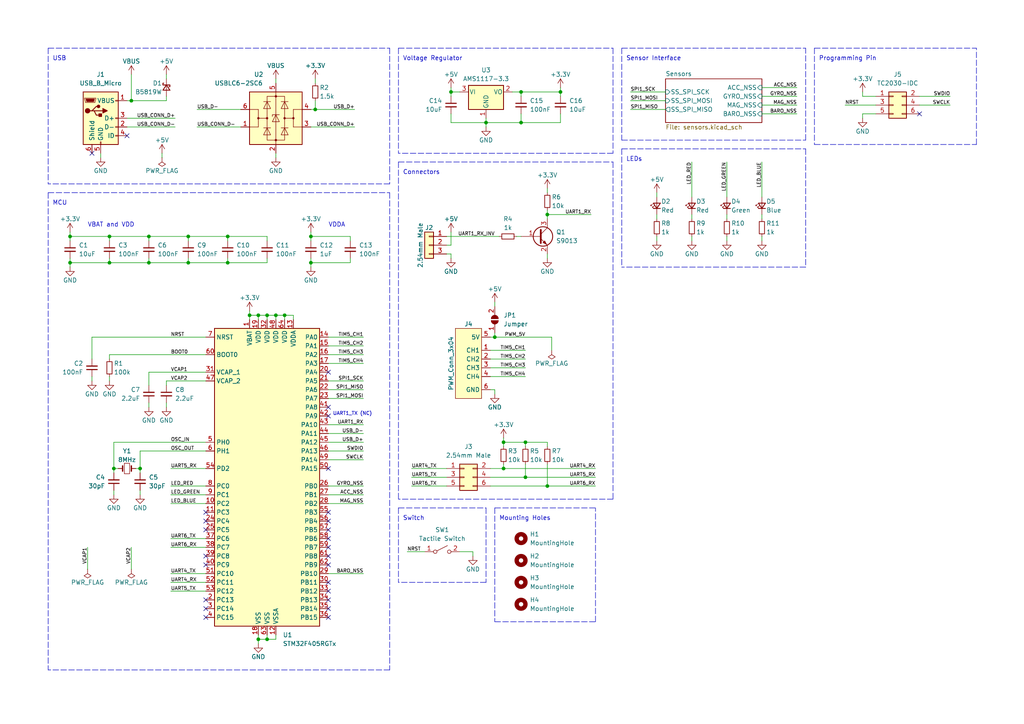
<source format=kicad_sch>
(kicad_sch (version 20211123) (generator eeschema)
  (paper "A4")
  (title_block (title "STM32 Flight Computer") (date "2022-11-01") (rev "A") (company "casterian.net"))
  (lib_symbols
    (symbol "Connector:USB_B_Micro" (pin_names (offset 1.016))
      (property "Reference" "J" (at -5.08 11.43 0))
      (property "Value" "USB_B_Micro" (at -5.08 8.89 0))
      (symbol "USB_B_Micro_1_1"
        (pin power_out line (at 7.62 5.08 180) (length 2.54) (name "VBUS") (number "1"))
        (pin bidirectional line (at 7.62 -2.54 180) (length 2.54) (name "D-") (number "2"))
        (pin bidirectional line (at 7.62 0 180) (length 2.54) (name "D+") (number "3"))
        (pin passive line (at 7.62 -5.08 180) (length 2.54) (name "ID") (number "4"))
        (pin power_out line (at 0 -10.16 90) (length 2.54) (name "GND") (number "5"))
        (pin passive line (at -2.54 -10.16 90) (length 2.54) (name "Shield") (number "6"))
      )
    )
    (symbol "Connector_Generic:Conn_01x03" (pin_names (offset 1.016) hide)
      (property "Reference" "J" (at 0 5.08 0))
      (property "Value" "Conn_01x03" (at 0 -5.08 0))
      (symbol "Conn_01x03_1_1"
        (pin passive line (at -5.08 2.54 0) (length 3.81) (name "Pin_1") (number "1"))
        (pin passive line (at -5.08 0 0) (length 3.81) (name "Pin_2") (number "2"))
        (pin passive line (at -5.08 -2.54 0) (length 3.81) (name "Pin_3") (number "3"))
      )
    )
    (symbol "Connector_Generic:Conn_02x03_Odd_Even" (pin_names (offset 1.016) hide)
      (property "Reference" "J" (at 1.27 5.08 0))
      (property "Value" "Conn_02x03_Odd_Even" (at 1.27 -5.08 0))
      (symbol "Conn_02x03_Odd_Even_1_1"
        (pin passive line (at -5.08 2.54 0) (length 3.81) (name "Pin_1") (number "1"))
        (pin passive line (at 7.62 2.54 180) (length 3.81) (name "Pin_2") (number "2"))
        (pin passive line (at -5.08 0 0) (length 3.81) (name "Pin_3") (number "3"))
        (pin passive line (at 7.62 0 180) (length 3.81) (name "Pin_4") (number "4"))
        (pin passive line (at -5.08 -2.54 0) (length 3.81) (name "Pin_5") (number "5"))
        (pin passive line (at 7.62 -2.54 180) (length 3.81) (name "Pin_6") (number "6"))
      )
    )
    (symbol "Device:C_Small" (pin_numbers hide) (pin_names (offset 0.254) hide)
      (property "Reference" "C" (at 0.254 1.778 0))
      (property "Value" "C_Small" (at 0.254 -2.032 0))
      (symbol "C_Small_1_1"
        (pin passive line (at 0 2.54 270) (length 2.032) (name "~") (number "1"))
        (pin passive line (at 0 -2.54 90) (length 2.032) (name "~") (number "2"))
      )
    )
    (symbol "Device:Crystal_Small" (pin_numbers hide) (pin_names (offset 1.016) hide)
      (property "Reference" "Y" (at 0 2.54 0))
      (property "Value" "Crystal_Small" (at 0 -2.54 0))
      (symbol "Crystal_Small_1_1"
        (pin passive line (at -2.54 0 0) (length 1.27) (name "1") (number "1"))
        (pin passive line (at 2.54 0 180) (length 1.27) (name "2") (number "2"))
      )
    )
    (symbol "Device:D_Schottky_Small" (pin_numbers hide) (pin_names (offset 0.254) hide)
      (property "Reference" "D" (at -1.27 2.032 0))
      (property "Value" "D_Schottky_Small" (at -7.112 -2.032 0))
      (symbol "D_Schottky_Small_1_1"
        (pin passive line (at -2.54 0 0) (length 1.778) (name "K") (number "1"))
        (pin passive line (at 2.54 0 180) (length 1.778) (name "A") (number "2"))
      )
    )
    (symbol "Device:LED_Small" (pin_numbers hide) (pin_names (offset 0.254) hide)
      (property "Reference" "D" (at -1.27 3.175 0))
      (property "Value" "LED_Small" (at -4.445 -2.54 0))
      (symbol "LED_Small_1_1"
        (pin passive line (at -2.54 0 0) (length 1.778) (name "K") (number "1"))
        (pin passive line (at 2.54 0 180) (length 1.778) (name "A") (number "2"))
      )
    )
    (symbol "Device:Q_NPN_BEC" (pin_names (offset 0) hide)
      (property "Reference" "Q" (at 5.08 1.27 0))
      (property "Value" "Q_NPN_BEC" (at 5.08 -1.27 0))
      (symbol "Q_NPN_BEC_1_1"
        (pin input line (at -5.08 0 0) (length 5.715) (name "B") (number "1"))
        (pin passive line (at 2.54 -5.08 90) (length 2.54) (name "E") (number "2"))
        (pin passive line (at 2.54 5.08 270) (length 2.54) (name "C") (number "3"))
      )
    )
    (symbol "Device:R_Small" (pin_numbers hide) (pin_names (offset 0.254) hide)
      (property "Reference" "R" (at 0.762 0.508 0))
      (property "Value" "R_Small" (at 0.762 -1.016 0))
      (symbol "R_Small_1_1"
        (pin passive line (at 0 2.54 270) (length 0.762) (name "~") (number "1"))
        (pin passive line (at 0 -2.54 90) (length 0.762) (name "~") (number "2"))
      )
    )
    (symbol "Jumper:SolderJumper_2_Open" (pin_names (offset 0) hide)
      (property "Reference" "JP" (at 0 2.032 0))
      (property "Value" "SolderJumper_2_Open" (at 0 -2.54 0))
      (symbol "SolderJumper_2_Open_1_1"
        (pin passive line (at -3.81 0 0) (length 2.54) (name "A") (number "1"))
        (pin passive line (at 3.81 0 180) (length 2.54) (name "B") (number "2"))
      )
    )
    (symbol "MCU_ST_STM32F4:STM32F405RGTx"
      (property "Reference" "U" (at -15.24 44.45 0))
      (property "Value" "STM32F405RGTx" (at 10.16 44.45 0))
      (symbol "STM32F405RGTx_1_1"
        (pin power_in line (at -5.08 45.72 270) (length 2.54) (name "VBAT") (number "1"))
        (pin bidirectional line (at -17.78 -7.62 0) (length 2.54) (name "PC2") (number "10"))
        (pin bidirectional line (at -17.78 -10.16 0) (length 2.54) (name "PC3") (number "11"))
        (pin power_in line (at 2.54 -45.72 90) (length 2.54) (name "VSSA") (number "12"))
        (pin power_in line (at 7.62 45.72 270) (length 2.54) (name "VDDA") (number "13"))
        (pin bidirectional line (at 17.78 40.64 180) (length 2.54) (name "PA0") (number "14"))
        (pin bidirectional line (at 17.78 38.1 180) (length 2.54) (name "PA1") (number "15"))
        (pin bidirectional line (at 17.78 35.56 180) (length 2.54) (name "PA2") (number "16"))
        (pin bidirectional line (at 17.78 33.02 180) (length 2.54) (name "PA3") (number "17"))
        (pin power_in line (at -2.54 -45.72 90) (length 2.54) (name "VSS") (number "18"))
        (pin power_in line (at -2.54 45.72 270) (length 2.54) (name "VDD") (number "19"))
        (pin bidirectional line (at -17.78 -35.56 0) (length 2.54) (name "PC13") (number "2"))
        (pin bidirectional line (at 17.78 30.48 180) (length 2.54) (name "PA4") (number "20"))
        (pin bidirectional line (at 17.78 27.94 180) (length 2.54) (name "PA5") (number "21"))
        (pin bidirectional line (at 17.78 25.4 180) (length 2.54) (name "PA6") (number "22"))
        (pin bidirectional line (at 17.78 22.86 180) (length 2.54) (name "PA7") (number "23"))
        (pin bidirectional line (at -17.78 -12.7 0) (length 2.54) (name "PC4") (number "24"))
        (pin bidirectional line (at -17.78 -15.24 0) (length 2.54) (name "PC5") (number "25"))
        (pin bidirectional line (at 17.78 -2.54 180) (length 2.54) (name "PB0") (number "26"))
        (pin bidirectional line (at 17.78 -5.08 180) (length 2.54) (name "PB1") (number "27"))
        (pin bidirectional line (at 17.78 -7.62 180) (length 2.54) (name "PB2") (number "28"))
        (pin bidirectional line (at 17.78 -27.94 180) (length 2.54) (name "PB10") (number "29"))
        (pin bidirectional line (at -17.78 -38.1 0) (length 2.54) (name "PC14") (number "3"))
        (pin bidirectional line (at 17.78 -30.48 180) (length 2.54) (name "PB11") (number "30"))
        (pin power_in line (at -17.78 30.48 0) (length 2.54) (name "VCAP_1") (number "31"))
        (pin power_in line (at 0 45.72 270) (length 2.54) (name "VDD") (number "32"))
        (pin bidirectional line (at 17.78 -33.02 180) (length 2.54) (name "PB12") (number "33"))
        (pin bidirectional line (at 17.78 -35.56 180) (length 2.54) (name "PB13") (number "34"))
        (pin bidirectional line (at 17.78 -38.1 180) (length 2.54) (name "PB14") (number "35"))
        (pin bidirectional line (at 17.78 -40.64 180) (length 2.54) (name "PB15") (number "36"))
        (pin bidirectional line (at -17.78 -17.78 0) (length 2.54) (name "PC6") (number "37"))
        (pin bidirectional line (at -17.78 -20.32 0) (length 2.54) (name "PC7") (number "38"))
        (pin bidirectional line (at -17.78 -22.86 0) (length 2.54) (name "PC8") (number "39"))
        (pin bidirectional line (at -17.78 -40.64 0) (length 2.54) (name "PC15") (number "4"))
        (pin bidirectional line (at -17.78 -25.4 0) (length 2.54) (name "PC9") (number "40"))
        (pin bidirectional line (at 17.78 20.32 180) (length 2.54) (name "PA8") (number "41"))
        (pin bidirectional line (at 17.78 17.78 180) (length 2.54) (name "PA9") (number "42"))
        (pin bidirectional line (at 17.78 15.24 180) (length 2.54) (name "PA10") (number "43"))
        (pin bidirectional line (at 17.78 12.7 180) (length 2.54) (name "PA11") (number "44"))
        (pin bidirectional line (at 17.78 10.16 180) (length 2.54) (name "PA12") (number "45"))
        (pin bidirectional line (at 17.78 7.62 180) (length 2.54) (name "PA13") (number "46"))
        (pin power_in line (at -17.78 27.94 0) (length 2.54) (name "VCAP_2") (number "47"))
        (pin power_in line (at 2.54 45.72 270) (length 2.54) (name "VDD") (number "48"))
        (pin bidirectional line (at 17.78 5.08 180) (length 2.54) (name "PA14") (number "49"))
        (pin input line (at -17.78 10.16 0) (length 2.54) (name "PH0") (number "5"))
        (pin bidirectional line (at 17.78 2.54 180) (length 2.54) (name "PA15") (number "50"))
        (pin bidirectional line (at -17.78 -27.94 0) (length 2.54) (name "PC10") (number "51"))
        (pin bidirectional line (at -17.78 -30.48 0) (length 2.54) (name "PC11") (number "52"))
        (pin bidirectional line (at -17.78 -33.02 0) (length 2.54) (name "PC12") (number "53"))
        (pin bidirectional line (at -17.78 2.54 0) (length 2.54) (name "PD2") (number "54"))
        (pin bidirectional line (at 17.78 -10.16 180) (length 2.54) (name "PB3") (number "55"))
        (pin bidirectional line (at 17.78 -12.7 180) (length 2.54) (name "PB4") (number "56"))
        (pin bidirectional line (at 17.78 -15.24 180) (length 2.54) (name "PB5") (number "57"))
        (pin bidirectional line (at 17.78 -17.78 180) (length 2.54) (name "PB6") (number "58"))
        (pin bidirectional line (at 17.78 -20.32 180) (length 2.54) (name "PB7") (number "59"))
        (pin input line (at -17.78 7.62 0) (length 2.54) (name "PH1") (number "6"))
        (pin input line (at -17.78 35.56 0) (length 2.54) (name "BOOT0") (number "60"))
        (pin bidirectional line (at 17.78 -22.86 180) (length 2.54) (name "PB8") (number "61"))
        (pin bidirectional line (at 17.78 -25.4 180) (length 2.54) (name "PB9") (number "62"))
        (pin power_in line (at 0 -45.72 90) (length 2.54) (name "VSS") (number "63"))
        (pin power_in line (at 5.08 45.72 270) (length 2.54) (name "VDD") (number "64"))
        (pin input line (at -17.78 40.64 0) (length 2.54) (name "NRST") (number "7"))
        (pin bidirectional line (at -17.78 -2.54 0) (length 2.54) (name "PC0") (number "8"))
        (pin bidirectional line (at -17.78 -5.08 0) (length 2.54) (name "PC1") (number "9"))
      )
    )
    (symbol "Mechanical:MountingHole" (pin_names (offset 1.016))
      (property "Reference" "H" (at 0 5.08 0))
      (property "Value" "MountingHole" (at 0 3.175 0))
    )
    (symbol "PWM_Connector:PWM_Conn_3x04"
      (property "Reference" "J" (at 0 15.24 0))
      (property "Value" "PWM_Conn_3x04" (at 0 12.7 0))
      (symbol "PWM_Conn_3x04_1_1"
        (pin input line (at 6.35 3.81 180) (length 2.54) (name "CH1") (number "1"))
        (pin input line (at 6.35 1.27 180) (length 2.54) (name "CH2") (number "2"))
        (pin input line (at 6.35 -1.27 180) (length 2.54) (name "CH3") (number "3"))
        (pin input line (at 6.35 -3.81 180) (length 2.54) (name "CH4") (number "4"))
        (pin power_in line (at 6.35 7.62 180) (length 2.54) (name "5V") (number "5"))
        (pin power_in line (at 6.35 -7.62 180) (length 2.54) (name "GND") (number "6"))
      )
    )
    (symbol "Power_Protection:USBLC6-2SC6" (pin_names hide)
      (property "Reference" "U" (at 2.54 8.89 0))
      (property "Value" "USBLC6-2SC6" (at 2.54 -8.89 0))
      (symbol "USBLC6-2SC6_1_1"
        (pin passive line (at -10.16 -2.54 0) (length 2.54) (name "I/O1") (number "1"))
        (pin passive line (at 0 -10.16 90) (length 2.54) (name "GND") (number "2"))
        (pin passive line (at 10.16 -2.54 180) (length 2.54) (name "I/O2") (number "3"))
        (pin passive line (at 10.16 2.54 180) (length 2.54) (name "I/O2") (number "4"))
        (pin passive line (at 0 10.16 270) (length 2.54) (name "VBUS") (number "5"))
        (pin passive line (at -10.16 2.54 0) (length 2.54) (name "I/O1") (number "6"))
      )
    )
    (symbol "Regulator_Linear:AMS1117-3.3" (pin_names (offset 0.254))
      (property "Reference" "U" (at -3.81 3.175 0))
      (property "Value" "AMS1117-3.3" (at 0 3.175 0))
      (symbol "AMS1117-3.3_1_1"
        (pin power_in line (at 0 -7.62 90) (length 2.54) (name "GND") (number "1"))
        (pin power_out line (at 7.62 0 180) (length 2.54) (name "VO") (number "2"))
        (pin power_in line (at -7.62 0 0) (length 2.54) (name "VI") (number "3"))
      )
    )
    (symbol "Switch:SW_SPST" (pin_names (offset 0) hide)
      (property "Reference" "SW" (at 0 3.175 0))
      (property "Value" "SW_SPST" (at 0 -2.54 0))
      (symbol "SW_SPST_1_1"
        (pin passive line (at -5.08 0 0) (length 2.54) (name "A") (number "1"))
        (pin passive line (at 5.08 0 180) (length 2.54) (name "B") (number "2"))
      )
    )
    (symbol "power:+3.3V" (power) (pin_names (offset 0))
      (property "Value" "+3.3V" (at 0 3.556 0))
      (symbol "+3.3V_1_1"
        (pin power_in line (at 0 0 90) (length 0) hide (name "+3.3V") (number "1"))
      )
    )
    (symbol "power:+5V" (power) (pin_names (offset 0))
      (property "Value" "+5V" (at 0 3.556 0))
      (symbol "+5V_1_1"
        (pin power_in line (at 0 0 90) (length 0) hide (name "+5V") (number "1"))
      )
    )
    (symbol "power:GND" (power) (pin_names (offset 0))
      (property "Value" "GND" (at 0 -3.81 0))
      (symbol "GND_1_1"
        (pin power_in line (at 0 0 270) (length 0) hide (name "GND") (number "1"))
      )
    )
    (symbol "power:PWR_FLAG" (power) (pin_numbers hide) (pin_names (offset 0) hide)
      (property "Value" "PWR_FLAG" (at 0 3.81 0))
      (symbol "PWR_FLAG_0_0"
        (pin power_out line (at 0 0 90) (length 0) (name "pwr") (number "1"))
      )
    )
    (symbol "power:VBUS" (power) (pin_names (offset 0))
      (property "Value" "VBUS" (at 0 3.81 0))
      (symbol "VBUS_1_1"
        (pin power_in line (at 0 0 90) (length 0) hide (name "VBUS") (number "1"))
      )
    )
  )
  (junction (at 74.93 91.44))
  (junction (at 40.64 135.89))
  (junction (at 38.1 29.21))
  (junction (at 158.75 62.23))
  (junction (at 130.81 26.67))
  (junction (at 66.04 68.58))
  (junction (at 151.13 26.67))
  (junction (at 158.75 140.97))
  (junction (at 162.56 26.67))
  (junction (at 54.61 76.2))
  (junction (at 20.32 68.58))
  (junction (at 146.05 128.27))
  (junction (at 43.18 68.58))
  (junction (at 152.4 128.27))
  (junction (at 74.93 185.42))
  (junction (at 54.61 68.58))
  (junction (at 80.01 91.44))
  (junction (at 143.51 97.79))
  (junction (at 72.39 91.44))
  (junction (at 77.47 91.44))
  (junction (at 90.17 68.58))
  (junction (at 77.47 185.42))
  (junction (at 146.05 135.89))
  (junction (at 31.75 76.2))
  (junction (at 152.4 138.43))
  (junction (at 20.32 76.2))
  (junction (at 82.55 91.44))
  (junction (at 66.04 76.2))
  (junction (at 31.75 68.58))
  (junction (at 151.13 35.56))
  (junction (at 33.02 135.89))
  (junction (at 90.17 76.2))
  (junction (at 140.97 35.56))
  (junction (at 43.18 76.2))
  (junction (at 91.44 31.75))
  (no_connect (at 36.83 39.37))
  (no_connect (at 95.25 168.91))
  (no_connect (at 95.25 171.45))
  (no_connect (at 95.25 173.99))
  (no_connect (at 95.25 176.53))
  (no_connect (at 95.25 179.07))
  (no_connect (at 95.25 118.11))
  (no_connect (at 266.7 33.02))
  (no_connect (at 59.69 173.99))
  (no_connect (at 59.69 176.53))
  (no_connect (at 59.69 179.07))
  (no_connect (at 95.25 107.95))
  (no_connect (at 59.69 161.29))
  (no_connect (at 59.69 163.83))
  (no_connect (at 59.69 153.67))
  (no_connect (at 59.69 148.59))
  (no_connect (at 59.69 151.13))
  (no_connect (at 26.67 44.45))
  (no_connect (at 95.25 135.89))
  (no_connect (at 95.25 148.59))
  (no_connect (at 95.25 151.13))
  (no_connect (at 95.25 153.67))
  (no_connect (at 95.25 120.65))
  (no_connect (at 95.25 161.29))
  (no_connect (at 95.25 163.83))
  (no_connect (at 95.25 156.21))
  (no_connect (at 95.25 158.75))
  (wire (pts (xy 38.1 158.75) (xy 38.1 165.1)))
  (wire (pts (xy 245.11 30.48) (xy 254 30.48)))
  (wire (pts (xy 90.17 76.2) (xy 90.17 77.47)))
  (wire (pts (xy 95.25 125.73) (xy 105.41 125.73)))
  (polyline (pts (xy 143.51 180.34) (xy 172.72 180.34)))
  (wire (pts (xy 74.93 91.44) (xy 74.93 92.71)))
  (wire (pts (xy 80.01 22.86) (xy 80.01 24.13)))
  (wire (pts (xy 193.04 26.67) (xy 182.88 26.67)))
  (wire (pts (xy 77.47 184.15) (xy 77.47 185.42)))
  (wire (pts (xy 31.75 74.93) (xy 31.75 76.2)))
  (wire (pts (xy 162.56 33.02) (xy 162.56 35.56)))
  (wire (pts (xy 74.93 185.42) (xy 77.47 185.42)))
  (polyline (pts (xy 180.34 43.18) (xy 233.68 43.18)))
  (wire (pts (xy 146.05 135.89) (xy 172.72 135.89)))
  (wire (pts (xy 59.69 102.87) (xy 31.75 102.87)))
  (wire (pts (xy 250.19 26.67) (xy 250.19 27.94)))
  (wire (pts (xy 48.26 21.59) (xy 48.26 22.86)))
  (wire (pts (xy 95.25 133.35) (xy 105.41 133.35)))
  (wire (pts (xy 95.25 146.05) (xy 105.41 146.05)))
  (wire (pts (xy 130.81 26.67) (xy 130.81 27.94)))
  (wire (pts (xy 95.25 166.37) (xy 105.41 166.37)))
  (wire (pts (xy 129.54 73.66) (xy 130.81 73.66)))
  (polyline (pts (xy 115.57 13.97) (xy 115.57 44.45)))
  (polyline (pts (xy 233.68 40.64) (xy 233.68 13.97)))
  (wire (pts (xy 142.24 140.97) (xy 158.75 140.97)))
  (wire (pts (xy 129.54 68.58) (xy 144.78 68.58)))
  (wire (pts (xy 59.69 143.51) (xy 49.53 143.51)))
  (wire (pts (xy 142.24 106.68) (xy 152.4 106.68)))
  (polyline (pts (xy 115.57 46.99) (xy 115.57 144.78)))
  (wire (pts (xy 142.24 104.14) (xy 152.4 104.14)))
  (wire (pts (xy 43.18 111.76) (xy 43.18 107.95)))
  (wire (pts (xy 142.24 135.89) (xy 146.05 135.89)))
  (wire (pts (xy 254 33.02) (xy 250.19 33.02)))
  (polyline (pts (xy 115.57 46.99) (xy 177.8 46.99)))
  (wire (pts (xy 143.51 97.79) (xy 160.02 97.79)))
  (wire (pts (xy 33.02 128.27) (xy 59.69 128.27)))
  (polyline (pts (xy 177.8 44.45) (xy 115.57 44.45)))
  (wire (pts (xy 146.05 127) (xy 146.05 128.27)))
  (wire (pts (xy 36.83 34.29) (xy 50.8 34.29)))
  (wire (pts (xy 43.18 68.58) (xy 54.61 68.58)))
  (wire (pts (xy 152.4 128.27) (xy 152.4 129.54)))
  (wire (pts (xy 33.02 142.24) (xy 33.02 143.51)))
  (wire (pts (xy 20.32 69.85) (xy 20.32 68.58)))
  (wire (pts (xy 36.83 36.83) (xy 50.8 36.83)))
  (wire (pts (xy 77.47 74.93) (xy 77.47 76.2)))
  (wire (pts (xy 43.18 116.84) (xy 43.18 118.11)))
  (polyline (pts (xy 143.51 147.32) (xy 143.51 180.34)))
  (wire (pts (xy 220.98 62.23) (xy 220.98 63.5)))
  (wire (pts (xy 20.32 67.31) (xy 20.32 68.58)))
  (wire (pts (xy 43.18 76.2) (xy 31.75 76.2)))
  (wire (pts (xy 90.17 68.58) (xy 101.6 68.58)))
  (wire (pts (xy 48.26 29.21) (xy 48.26 27.94)))
  (wire (pts (xy 38.1 29.21) (xy 48.26 29.21)))
  (wire (pts (xy 57.15 31.75) (xy 69.85 31.75)))
  (wire (pts (xy 54.61 68.58) (xy 54.61 69.85)))
  (wire (pts (xy 95.25 97.79) (xy 105.41 97.79)))
  (wire (pts (xy 158.75 54.61) (xy 158.75 55.88)))
  (wire (pts (xy 220.98 25.4) (xy 231.14 25.4)))
  (wire (pts (xy 190.5 55.88) (xy 190.5 57.15)))
  (wire (pts (xy 143.51 113.03) (xy 143.51 114.3)))
  (polyline (pts (xy 177.8 144.78) (xy 115.57 144.78)))
  (wire (pts (xy 80.01 185.42) (xy 80.01 184.15)))
  (wire (pts (xy 151.13 33.02) (xy 151.13 35.56)))
  (wire (pts (xy 102.87 31.75) (xy 91.44 31.75)))
  (wire (pts (xy 95.25 113.03) (xy 105.41 113.03)))
  (wire (pts (xy 43.18 107.95) (xy 59.69 107.95)))
  (polyline (pts (xy 283.21 41.91) (xy 283.21 13.97)))
  (wire (pts (xy 33.02 128.27) (xy 33.02 135.89)))
  (wire (pts (xy 158.75 73.66) (xy 158.75 74.93)))
  (wire (pts (xy 59.69 156.21) (xy 49.53 156.21)))
  (wire (pts (xy 40.64 142.24) (xy 40.64 143.51)))
  (wire (pts (xy 146.05 128.27) (xy 152.4 128.27)))
  (polyline (pts (xy 236.22 41.91) (xy 283.21 41.91)))
  (wire (pts (xy 59.69 110.49) (xy 48.26 110.49)))
  (polyline (pts (xy 143.51 147.32) (xy 172.72 147.32)))
  (wire (pts (xy 190.5 68.58) (xy 190.5 69.85)))
  (wire (pts (xy 33.02 135.89) (xy 33.02 137.16)))
  (wire (pts (xy 57.15 36.83) (xy 69.85 36.83)))
  (wire (pts (xy 95.25 105.41) (xy 105.41 105.41)))
  (polyline (pts (xy 233.68 43.18) (xy 233.68 77.47)))
  (polyline (pts (xy 113.03 13.97) (xy 113.03 53.34)))
  (wire (pts (xy 95.25 140.97) (xy 105.41 140.97)))
  (wire (pts (xy 72.39 92.71) (xy 72.39 91.44)))
  (wire (pts (xy 33.02 135.89) (xy 34.29 135.89)))
  (wire (pts (xy 220.98 33.02) (xy 231.14 33.02)))
  (wire (pts (xy 193.04 31.75) (xy 182.88 31.75)))
  (wire (pts (xy 130.81 33.02) (xy 130.81 35.56)))
  (polyline (pts (xy 180.34 13.97) (xy 233.68 13.97)))
  (polyline (pts (xy 236.22 13.97) (xy 283.21 13.97)))
  (wire (pts (xy 160.02 97.79) (xy 160.02 101.6)))
  (wire (pts (xy 142.24 138.43) (xy 152.4 138.43)))
  (wire (pts (xy 26.67 109.22) (xy 26.67 110.49)))
  (polyline (pts (xy 115.57 13.97) (xy 177.8 13.97)))
  (wire (pts (xy 46.99 44.45) (xy 46.99 45.72)))
  (polyline (pts (xy 180.34 40.64) (xy 233.68 40.64)))
  (wire (pts (xy 162.56 25.4) (xy 162.56 26.67)))
  (wire (pts (xy 59.69 168.91) (xy 49.53 168.91)))
  (wire (pts (xy 43.18 74.93) (xy 43.18 76.2)))
  (wire (pts (xy 40.64 135.89) (xy 40.64 137.16)))
  (wire (pts (xy 130.81 26.67) (xy 133.35 26.67)))
  (wire (pts (xy 129.54 138.43) (xy 119.38 138.43)))
  (wire (pts (xy 250.19 33.02) (xy 250.19 34.29)))
  (wire (pts (xy 158.75 62.23) (xy 171.45 62.23)))
  (wire (pts (xy 72.39 91.44) (xy 74.93 91.44)))
  (wire (pts (xy 90.17 74.93) (xy 90.17 76.2)))
  (wire (pts (xy 77.47 91.44) (xy 80.01 91.44)))
  (wire (pts (xy 129.54 135.89) (xy 119.38 135.89)))
  (wire (pts (xy 137.16 160.02) (xy 137.16 161.29)))
  (wire (pts (xy 275.59 30.48) (xy 266.7 30.48)))
  (polyline (pts (xy 13.97 55.88) (xy 113.03 55.88)))
  (wire (pts (xy 80.01 44.45) (xy 80.01 45.72)))
  (wire (pts (xy 133.35 160.02) (xy 137.16 160.02)))
  (wire (pts (xy 220.98 30.48) (xy 231.14 30.48)))
  (wire (pts (xy 102.87 36.83) (xy 90.17 36.83)))
  (wire (pts (xy 142.24 109.22) (xy 152.4 109.22)))
  (wire (pts (xy 54.61 68.58) (xy 66.04 68.58)))
  (wire (pts (xy 158.75 128.27) (xy 158.75 129.54)))
  (wire (pts (xy 149.86 68.58) (xy 151.13 68.58)))
  (wire (pts (xy 90.17 67.31) (xy 90.17 68.58)))
  (wire (pts (xy 82.55 92.71) (xy 82.55 91.44)))
  (wire (pts (xy 152.4 138.43) (xy 172.72 138.43)))
  (wire (pts (xy 91.44 31.75) (xy 90.17 31.75)))
  (wire (pts (xy 77.47 91.44) (xy 77.47 92.71)))
  (wire (pts (xy 129.54 71.12) (xy 130.81 71.12)))
  (wire (pts (xy 152.4 134.62) (xy 152.4 138.43)))
  (wire (pts (xy 31.75 76.2) (xy 20.32 76.2)))
  (wire (pts (xy 72.39 90.17) (xy 72.39 91.44)))
  (wire (pts (xy 59.69 135.89) (xy 49.53 135.89)))
  (polyline (pts (xy 140.97 168.91) (xy 115.57 168.91)))
  (wire (pts (xy 66.04 68.58) (xy 66.04 69.85)))
  (wire (pts (xy 101.6 74.93) (xy 101.6 76.2)))
  (polyline (pts (xy 177.8 46.99) (xy 177.8 144.78)))
  (wire (pts (xy 77.47 69.85) (xy 77.47 68.58)))
  (wire (pts (xy 48.26 110.49) (xy 48.26 111.76)))
  (wire (pts (xy 140.97 35.56) (xy 130.81 35.56)))
  (wire (pts (xy 129.54 140.97) (xy 119.38 140.97)))
  (wire (pts (xy 39.37 135.89) (xy 40.64 135.89)))
  (wire (pts (xy 77.47 185.42) (xy 80.01 185.42)))
  (wire (pts (xy 31.75 102.87) (xy 31.75 104.14)))
  (wire (pts (xy 66.04 76.2) (xy 54.61 76.2)))
  (wire (pts (xy 31.75 68.58) (xy 43.18 68.58)))
  (wire (pts (xy 193.04 29.21) (xy 182.88 29.21)))
  (wire (pts (xy 101.6 69.85) (xy 101.6 68.58)))
  (polyline (pts (xy 236.22 13.97) (xy 236.22 41.91)))
  (polyline (pts (xy 180.34 13.97) (xy 180.34 40.64)))
  (wire (pts (xy 59.69 140.97) (xy 49.53 140.97)))
  (wire (pts (xy 190.5 62.23) (xy 190.5 63.5)))
  (wire (pts (xy 95.25 143.51) (xy 105.41 143.51)))
  (wire (pts (xy 220.98 46.99) (xy 220.98 57.15)))
  (wire (pts (xy 20.32 68.58) (xy 31.75 68.58)))
  (wire (pts (xy 90.17 68.58) (xy 90.17 69.85)))
  (wire (pts (xy 146.05 129.54) (xy 146.05 128.27)))
  (wire (pts (xy 158.75 60.96) (xy 158.75 62.23)))
  (wire (pts (xy 95.25 100.33) (xy 105.41 100.33)))
  (wire (pts (xy 200.66 46.99) (xy 200.66 57.15)))
  (wire (pts (xy 275.59 27.94) (xy 266.7 27.94)))
  (wire (pts (xy 38.1 21.59) (xy 38.1 29.21)))
  (wire (pts (xy 74.93 184.15) (xy 74.93 185.42)))
  (polyline (pts (xy 113.03 53.34) (xy 13.97 53.34)))
  (wire (pts (xy 142.24 97.79) (xy 143.51 97.79)))
  (wire (pts (xy 31.75 109.22) (xy 31.75 110.49)))
  (wire (pts (xy 148.59 26.67) (xy 151.13 26.67)))
  (wire (pts (xy 80.01 91.44) (xy 82.55 91.44)))
  (wire (pts (xy 210.82 46.99) (xy 210.82 57.15)))
  (wire (pts (xy 20.32 76.2) (xy 20.32 74.93)))
  (polyline (pts (xy 233.68 77.47) (xy 180.34 77.47)))
  (polyline (pts (xy 180.34 43.18) (xy 180.34 77.47)))
  (polyline (pts (xy 13.97 13.97) (xy 113.03 13.97)))
  (wire (pts (xy 59.69 158.75) (xy 49.53 158.75)))
  (polyline (pts (xy 113.03 55.88) (xy 113.03 194.31)))
  (wire (pts (xy 91.44 29.21) (xy 91.44 31.75)))
  (wire (pts (xy 25.4 158.75) (xy 25.4 165.1)))
  (wire (pts (xy 95.25 102.87) (xy 105.41 102.87)))
  (wire (pts (xy 130.81 25.4) (xy 130.81 26.67)))
  (wire (pts (xy 95.25 110.49) (xy 105.41 110.49)))
  (wire (pts (xy 95.25 128.27) (xy 105.41 128.27)))
  (wire (pts (xy 85.09 91.44) (xy 85.09 92.71)))
  (polyline (pts (xy 13.97 13.97) (xy 13.97 53.34)))
  (wire (pts (xy 40.64 130.81) (xy 59.69 130.81)))
  (wire (pts (xy 31.75 68.58) (xy 31.75 69.85)))
  (wire (pts (xy 146.05 134.62) (xy 146.05 135.89)))
  (wire (pts (xy 43.18 68.58) (xy 43.18 69.85)))
  (polyline (pts (xy 140.97 147.32) (xy 140.97 168.91)))
  (wire (pts (xy 158.75 134.62) (xy 158.75 140.97)))
  (wire (pts (xy 95.25 123.19) (xy 105.41 123.19)))
  (wire (pts (xy 142.24 101.6) (xy 152.4 101.6)))
  (wire (pts (xy 59.69 97.79) (xy 26.67 97.79)))
  (polyline (pts (xy 113.03 194.31) (xy 13.97 194.31)))
  (wire (pts (xy 210.82 62.23) (xy 210.82 63.5)))
  (wire (pts (xy 74.93 185.42) (xy 74.93 186.69)))
  (wire (pts (xy 142.24 113.03) (xy 143.51 113.03)))
  (wire (pts (xy 152.4 128.27) (xy 158.75 128.27)))
  (wire (pts (xy 158.75 62.23) (xy 158.75 63.5)))
  (wire (pts (xy 162.56 26.67) (xy 162.56 27.94)))
  (wire (pts (xy 66.04 68.58) (xy 77.47 68.58)))
  (wire (pts (xy 130.81 67.31) (xy 130.81 71.12)))
  (polyline (pts (xy 172.72 180.34) (xy 172.72 147.32)))
  (wire (pts (xy 151.13 35.56) (xy 162.56 35.56)))
  (wire (pts (xy 20.32 76.2) (xy 20.32 77.47)))
  (wire (pts (xy 200.66 62.23) (xy 200.66 63.5)))
  (wire (pts (xy 220.98 27.94) (xy 231.14 27.94)))
  (wire (pts (xy 118.11 160.02) (xy 123.19 160.02)))
  (polyline (pts (xy 115.57 147.32) (xy 140.97 147.32)))
  (wire (pts (xy 54.61 74.93) (xy 54.61 76.2)))
  (wire (pts (xy 59.69 166.37) (xy 49.53 166.37)))
  (wire (pts (xy 151.13 26.67) (xy 151.13 27.94)))
  (wire (pts (xy 54.61 76.2) (xy 43.18 76.2)))
  (wire (pts (xy 143.51 97.79) (xy 143.51 96.52)))
  (wire (pts (xy 158.75 140.97) (xy 172.72 140.97)))
  (wire (pts (xy 74.93 91.44) (xy 77.47 91.44)))
  (wire (pts (xy 140.97 35.56) (xy 140.97 36.83)))
  (polyline (pts (xy 177.8 13.97) (xy 177.8 44.45)))
  (wire (pts (xy 59.69 146.05) (xy 49.53 146.05)))
  (wire (pts (xy 254 27.94) (xy 250.19 27.94)))
  (wire (pts (xy 29.21 44.45) (xy 29.21 45.72)))
  (wire (pts (xy 59.69 171.45) (xy 49.53 171.45)))
  (wire (pts (xy 48.26 116.84) (xy 48.26 118.11)))
  (wire (pts (xy 91.44 22.86) (xy 91.44 24.13)))
  (wire (pts (xy 130.81 73.66) (xy 130.81 74.93)))
  (wire (pts (xy 101.6 76.2) (xy 90.17 76.2)))
  (wire (pts (xy 66.04 74.93) (xy 66.04 76.2)))
  (wire (pts (xy 220.98 68.58) (xy 220.98 69.85)))
  (wire (pts (xy 140.97 34.29) (xy 140.97 35.56)))
  (wire (pts (xy 140.97 35.56) (xy 151.13 35.56)))
  (wire (pts (xy 82.55 91.44) (xy 85.09 91.44)))
  (wire (pts (xy 95.25 115.57) (xy 105.41 115.57)))
  (wire (pts (xy 95.25 130.81) (xy 105.41 130.81)))
  (wire (pts (xy 26.67 97.79) (xy 26.67 104.14)))
  (wire (pts (xy 210.82 68.58) (xy 210.82 69.85)))
  (wire (pts (xy 200.66 68.58) (xy 200.66 69.85)))
  (wire (pts (xy 143.51 87.63) (xy 143.51 88.9)))
  (wire (pts (xy 77.47 76.2) (xy 66.04 76.2)))
  (wire (pts (xy 80.01 91.44) (xy 80.01 92.71)))
  (polyline (pts (xy 13.97 55.88) (xy 13.97 194.31)))
  (wire (pts (xy 36.83 29.21) (xy 38.1 29.21)))
  (polyline (pts (xy 115.57 147.32) (xy 115.57 168.91)))
  (wire (pts (xy 151.13 26.67) (xy 162.56 26.67)))
  (wire (pts (xy 40.64 135.89) (xy 40.64 130.81)))
  (text "Connectors" (at 116.84 50.8 0) (effects (font (size 1.27 1.27)) (justify left bottom)))
  (text "Voltage Regulator" (at 116.84 17.78 0) (effects (font (size 1.27 1.27)) (justify left bottom)))
  (text "UART1_TX (NC)" (at 96.52 120.65 0) (effects (font (size 1 1)) (justify left bottom)))
  (text "LEDs" (at 181.61 46.99 0) (effects (font (size 1.27 1.27)) (justify left bottom)))
  (text "Sensor Interface" (at 181.61 17.78 0) (effects (font (size 1.27 1.27)) (justify left bottom)))
  (text "MCU" (at 15.24 59.69 0) (effects (font (size 1.27 1.27)) (justify left bottom)))
  (text "Switch" (at 116.84 151.13 0) (effects (font (size 1.27 1.27)) (justify left bottom)))
  (text "VDDA" (at 95.25 66.04 0) (effects (font (size 1.27 1.27)) (justify left bottom)))
  (text "Programming Pin" (at 237.49 17.78 0) (effects (font (size 1.27 1.27)) (justify left bottom)))
  (text "USB" (at 15.24 17.78 0) (effects (font (size 1.27 1.27)) (justify left bottom)))
  (text "VBAT and VDD" (at 25.4 66.04 0) (effects (font (size 1.27 1.27)) (justify left bottom)))
  (text "Mounting Holes" (at 144.78 151.13 0) (effects (font (size 1.27 1.27)) (justify left bottom)))
  (label "UART6_TX" (at 119.38 140.97 0) (effects (font (size 1 1))))
  (label "TIM5_CH4" (at 152.4 109.22 180) (effects (font (size 1 1))))
  (label "UART4_TX" (at 119.38 135.89 0) (effects (font (size 1 1))))
  (label "SPI1_MOSI" (at 182.88 29.21 0) (effects (font (size 1 1))))
  (label "SWDIO" (at 275.59 27.94 180) (effects (font (size 1 1))))
  (label "UART6_RX" (at 172.72 140.97 180) (effects (font (size 1 1))))
  (label "UART1_RX_INV" (at 143.51 68.58 180) (effects (font (size 1 1))))
  (label "UART6_TX" (at 49.53 156.21 0) (effects (font (size 1 1))))
  (label "LED_RED" (at 200.66 46.99 270) (effects (font (size 1 1))))
  (label "USB_CONN_D+" (at 102.87 36.83 180) (effects (font (size 1 1))))
  (label "VCAP1" (at 49.53 107.95 0) (effects (font (size 1 1))))
  (label "ACC_NSS" (at 231.14 25.4 180) (effects (font (size 1 1))))
  (label "UART5_RX" (at 172.72 138.43 180) (effects (font (size 1 1))))
  (label "SWDIO" (at 105.41 130.81 180) (effects (font (size 1 1))))
  (label "USB_CONN_D+" (at 50.8 34.29 180) (effects (font (size 1 1))))
  (label "UART1_RX" (at 105.41 123.19 180) (effects (font (size 1 1))))
  (label "USB_D-" (at 105.41 125.73 180) (effects (font (size 1 1))))
  (label "TIM5_CH3" (at 105.41 102.87 180) (effects (font (size 1 1))))
  (label "TIM5_CH3" (at 152.4 106.68 180) (effects (font (size 1 1))))
  (label "MAG_NSS" (at 231.14 30.48 180) (effects (font (size 1 1))))
  (label "USB_CONN_D-" (at 50.8 36.83 180) (effects (font (size 1 1))))
  (label "NRST" (at 118.11 160.02 0) (effects (font (size 1 1))))
  (label "VCAP2" (at 49.53 110.49 0) (effects (font (size 1 1))))
  (label "UART4_RX" (at 172.72 135.89 180) (effects (font (size 1 1))))
  (label "OSC_IN" (at 49.53 128.27 0) (effects (font (size 1 1))))
  (label "LED_BLUE" (at 49.53 146.05 0) (effects (font (size 1 1))))
  (label "TIM5_CH2" (at 152.4 104.14 180) (effects (font (size 1 1))))
  (label "BARO_NSS" (at 105.41 166.37 180) (effects (font (size 1 1))))
  (label "GYRO_NSS" (at 105.41 140.97 180) (effects (font (size 1 1))))
  (label "VCAP1" (at 25.4 158.75 270) (effects (font (size 1 1))))
  (label "USB_CONN_D-" (at 57.15 36.83 0) (effects (font (size 1 1))))
  (label "UART5_RX" (at 49.53 135.89 0) (effects (font (size 1 1))))
  (label "VCAP2" (at 38.1 158.75 270) (effects (font (size 1 1))))
  (label "SPI1_SCK" (at 105.41 110.49 180) (effects (font (size 1 1))))
  (label "SPI1_MISO" (at 182.88 31.75 0) (effects (font (size 1 1))))
  (label "NRST" (at 49.53 97.79 0) (effects (font (size 1 1))))
  (label "OSC_OUT" (at 49.53 130.81 0) (effects (font (size 1 1))))
  (label "SPI1_MISO" (at 105.41 113.03 180) (effects (font (size 1 1))))
  (label "LED_BLUE" (at 220.98 46.99 270) (effects (font (size 1 1))))
  (label "UART1_RX" (at 171.45 62.23 180) (effects (font (size 1 1))))
  (label "TIM5_CH2" (at 105.41 100.33 180) (effects (font (size 1 1))))
  (label "UART4_TX" (at 49.53 166.37 0) (effects (font (size 1 1))))
  (label "USB_D+" (at 105.41 128.27 180) (effects (font (size 1 1))))
  (label "TIM5_CH1" (at 105.41 97.79 180) (effects (font (size 1 1))))
  (label "TIM5_CH1" (at 152.4 101.6 180) (effects (font (size 1 1))))
  (label "UART5_TX" (at 119.38 138.43 0) (effects (font (size 1 1))))
  (label "PWM_5V" (at 152.4 97.79 180) (effects (font (size 1 1))))
  (label "NRST" (at 245.11 30.48 0) (effects (font (size 1 1))))
  (label "TIM5_CH4" (at 105.41 105.41 180) (effects (font (size 1 1))))
  (label "USB_D-" (at 57.15 31.75 0) (effects (font (size 1 1))))
  (label "BARO_NSS" (at 231.14 33.02 180) (effects (font (size 1 1))))
  (label "BOOT0" (at 49.53 102.87 0) (effects (font (size 1 1))))
  (label "LED_GREEN" (at 210.82 46.99 270) (effects (font (size 1 1))))
  (label "ACC_NSS" (at 105.41 143.51 180) (effects (font (size 1 1))))
  (label "SWCLK" (at 105.41 133.35 180) (effects (font (size 1 1))))
  (label "LED_RED" (at 49.53 140.97 0) (effects (font (size 1 1))))
  (label "UART5_TX" (at 49.53 171.45 0) (effects (font (size 1 1))))
  (label "LED_GREEN" (at 49.53 143.51 0) (effects (font (size 1 1))))
  (label "UART6_RX" (at 49.53 158.75 0) (effects (font (size 1 1))))
  (label "USB_D+" (at 102.87 31.75 180) (effects (font (size 1 1))))
  (label "GYRO_NSS" (at 231.14 27.94 180) (effects (font (size 1 1))))
  (label "SWCLK" (at 275.59 30.48 180) (effects (font (size 1 1))))
  (label "SPI1_MOSI" (at 105.41 115.57 180) (effects (font (size 1 1))))
  (label "MAG_NSS" (at 105.41 146.05 180) (effects (font (size 1 1))))
  (label "UART4_RX" (at 49.53 168.91 0) (effects (font (size 1 1))))
  (label "SPI1_SCK" (at 182.88 26.67 0) (effects (font (size 1 1))))
  (symbol (lib_id "power:GND") (at 90.17 77.47 0) (unit 1)
    (property "Reference" "#PWR021" (effects hide))
    (property "Value" "GND" (at 90.17 81.28 0))
  )
  (symbol (lib_id "power:GND") (at 40.64 143.51 0) (unit 1)
    (property "Reference" "#PWR010" (effects hide))
    (property "Value" "GND" (at 40.64 147.32 0))
  )
  (symbol (lib_id "Connector_Generic:Conn_02x03_Odd_Even") (at 259.08 30.48 0) (unit 1) (in_bom no)
    (property "Reference" "J5" (at 260.35 21.59 0))
    (property "Value" "TC2030-IDC" (at 260.35 24.13 0))
    (property "Footprint" "Connector:Tag-Connect_TC2030-IDC-NL_2x03_P1.27mm_Vertical" (effects hide))
  )
  (symbol (lib_id "Device:C_Small") (at 40.64 139.7 0) (unit 1)
    (property "Reference" "C5" (at 43.18 138.4362 0) (effects (justify left)))
    (property "Value" "30pF" (at 43.18 140.9762 0) (effects (justify left)))
    (property "Footprint" "Capacitor_SMD:C_0603_1608Metric_Pad1.08x0.95mm_HandSolder" (effects hide))
  )
  (symbol (lib_id "Device:C_Small") (at 43.18 114.3 0) (mirror x) (unit 1)
    (property "Reference" "C7" (at 40.64 113.0235 0) (effects (justify right)))
    (property "Value" "2.2uF" (at 40.64 115.5635 0) (effects (justify right)))
    (property "Footprint" "Capacitor_SMD:C_0603_1608Metric_Pad1.08x0.95mm_HandSolder" (effects hide))
  )
  (symbol (lib_id "Device:R_Small") (at 220.98 66.04 0) (unit 1)
    (property "Reference" "R11" (at 222.25 64.77 0) (effects (justify left)))
    (property "Value" "1k" (at 222.25 67.31 0) (effects (justify left)))
    (property "Footprint" "Resistor_SMD:R_0603_1608Metric_Pad0.98x0.95mm_HandSolder" (effects hide))
  )
  (symbol (lib_id "Device:Q_NPN_BEC") (at 156.21 68.58 0) (unit 1)
    (property "Reference" "Q1" (at 161.29 67.3099 0) (effects (justify left)))
    (property "Value" "S9013" (at 161.29 69.8499 0) (effects (justify left)))
    (property "Footprint" "digikey-footprints:SOT-23-3" (effects hide))
  )
  (symbol (lib_id "Device:C_Small") (at 48.26 114.3 0) (unit 1)
    (property "Reference" "C8" (at 50.8 113.0362 0) (effects (justify left)))
    (property "Value" "2.2uF" (at 50.8 115.5762 0) (effects (justify left)))
    (property "Footprint" "Capacitor_SMD:C_0603_1608Metric_Pad1.08x0.95mm_HandSolder" (effects hide))
  )
  (symbol (lib_id "power:PWR_FLAG") (at 25.4 165.1 180) (unit 1)
    (property "Reference" "#FLG01" (effects hide))
    (property "Value" "PWR_FLAG" (at 25.4 168.91 0))
  )
  (symbol (lib_id "Switch:SW_SPST") (at 128.27 160.02 0) (unit 1)
    (property "Reference" "SW1" (at 128.27 153.67 0))
    (property "Value" "Tactile Switch" (at 128.27 156.21 0))
    (property "Footprint" "Custom_Parts:SW_TS-1187A-B-A-B" (effects hide))
    (property "LCSC" "C318884" (effects hide))
  )
  (symbol (lib_id "power:GND") (at 137.16 161.29 0) (unit 1)
    (property "Reference" "#PWR026" (effects hide))
    (property "Value" "GND" (at 137.16 165.1 0))
  )
  (symbol (lib_id "power:+5V") (at 46.99 44.45 0) (unit 1)
    (property "Reference" "#PWR012" (effects hide))
    (property "Value" "+5V" (at 46.99 40.64 0))
  )
  (symbol (lib_id "Device:R_Small") (at 210.82 66.04 0) (unit 1)
    (property "Reference" "R10" (at 212.09 64.77 0) (effects (justify left)))
    (property "Value" "1k" (at 212.09 67.31 0) (effects (justify left)))
    (property "Footprint" "Resistor_SMD:R_0603_1608Metric_Pad0.98x0.95mm_HandSolder" (effects hide))
  )
  (symbol (lib_id "power:GND") (at 140.97 36.83 0) (unit 1)
    (property "Reference" "#PWR027" (effects hide))
    (property "Value" "GND" (at 140.97 40.64 0))
  )
  (symbol (lib_id "Mechanical:MountingHole") (at 151.13 168.91 0) (unit 1) (in_bom no)
    (property "Reference" "H3" (at 153.67 167.6399 0) (effects (justify left)))
    (property "Value" "MountingHole" (at 153.67 170.1799 0) (effects (justify left)))
    (property "Footprint" "MountingHole:MountingHole_3.2mm_M3" (effects hide))
  )
  (symbol (lib_id "power:+5V") (at 130.81 25.4 0) (unit 1)
    (property "Reference" "#PWR023" (effects hide))
    (property "Value" "+5V" (at 130.81 21.59 0))
  )
  (symbol (lib_id "Device:R_Small") (at 152.4 132.08 0) (unit 1)
    (property "Reference" "R5" (at 153.67 130.81 0) (effects (justify left)))
    (property "Value" "10k" (at 153.67 133.35 0) (effects (justify left)))
    (property "Footprint" "Resistor_SMD:R_0603_1608Metric_Pad0.98x0.95mm_HandSolder" (effects hide))
  )
  (symbol (lib_id "power:+3.3V") (at 20.32 67.31 0) (unit 1)
    (property "Reference" "#PWR01" (effects hide))
    (property "Value" "+3.3V" (at 20.32 63.5 0))
  )
  (symbol (lib_id "power:GND") (at 31.75 110.49 0) (unit 1)
    (property "Reference" "#PWR06" (effects hide))
    (property "Value" "GND" (at 31.75 114.3 0))
  )
  (symbol (lib_id "power:GND") (at 74.93 186.69 0) (unit 1)
    (property "Reference" "#PWR016" (effects hide))
    (property "Value" "GND" (at 74.93 190.5 0))
  )
  (symbol (lib_id "Device:R_Small") (at 31.75 106.68 0) (unit 1)
    (property "Reference" "R1" (at 33.02 105.41 0) (effects (justify left)))
    (property "Value" "100k" (at 33.02 107.95 0) (effects (justify left)))
    (property "Footprint" "Resistor_SMD:R_0603_1608Metric_Pad0.98x0.95mm_HandSolder" (effects hide))
  )
  (symbol (lib_id "Mechanical:MountingHole") (at 151.13 175.26 0) (unit 1) (in_bom no)
    (property "Reference" "H4" (at 153.67 173.9899 0) (effects (justify left)))
    (property "Value" "MountingHole" (at 153.67 176.5299 0) (effects (justify left)))
    (property "Footprint" "MountingHole:MountingHole_3.2mm_M3" (effects hide))
  )
  (symbol (lib_id "power:GND") (at 190.5 69.85 0) (unit 1)
    (property "Reference" "#PWR035" (effects hide))
    (property "Value" "GND" (at 190.5 73.66 0))
  )
  (symbol (lib_id "power:GND") (at 220.98 69.85 0) (unit 1)
    (property "Reference" "#PWR038" (effects hide))
    (property "Value" "GND" (at 220.98 73.66 0))
  )
  (symbol (lib_id "power:GND") (at 143.51 114.3 0) (unit 1)
    (property "Reference" "#PWR029" (effects hide))
    (property "Value" "GND" (at 143.51 118.11 0))
  )
  (symbol (lib_id "Connector_Generic:Conn_02x03_Odd_Even") (at 134.62 138.43 0) (unit 1) (in_bom no)
    (property "Reference" "J3" (at 135.89 129.54 0))
    (property "Value" "2.54mm Male" (at 135.89 132.08 0))
    (property "Footprint" "Connector_PinHeader_2.54mm:PinHeader_2x03_P2.54mm_Vertical" (effects hide))
  )
  (symbol (lib_id "power:+5V") (at 143.51 87.63 0) (unit 1)
    (property "Reference" "#PWR028" (effects hide))
    (property "Value" "+5V" (at 143.51 83.82 0))
  )
  (symbol (lib_id "Power_Protection:USBLC6-2SC6") (at 80.01 34.29 0) (unit 1)
    (property "Reference" "U2" (at 73.66 21.59 0) (effects (justify left)))
    (property "Value" "USBLC6-2SC6" (at 62.23 24.13 0) (effects (justify left)))
    (property "Footprint" "Package_TO_SOT_SMD:SOT-23-6" (effects hide))
    (property "Datasheet" "https://www.st.com/resource/en/datasheet/usblc6-2.pdf" (effects hide))
  )
  (symbol (lib_id "Device:C_Small") (at 20.32 72.39 0) (unit 1)
    (property "Reference" "C1" (at 22.86 71.1262 0) (effects (justify left)))
    (property "Value" "10uF" (at 22.86 73.6662 0) (effects (justify left)))
    (property "Footprint" "Capacitor_SMD:C_0603_1608Metric_Pad1.08x0.95mm_HandSolder" (effects hide))
    (property "LCSC" "C19702" (effects hide))
  )
  (symbol (lib_id "power:+5V") (at 130.81 67.31 0) (unit 1)
    (property "Reference" "#PWR024" (effects hide))
    (property "Value" "+5V" (at 130.81 63.5 0))
  )
  (symbol (lib_id "power:+3.3V") (at 146.05 127 0) (unit 1)
    (property "Reference" "#PWR030" (effects hide))
    (property "Value" "+3.3V" (at 146.05 123.19 0))
  )
  (symbol (lib_id "Device:C_Small") (at 90.17 72.39 0) (unit 1)
    (property "Reference" "C12" (at 92.71 71.1262 0) (effects (justify left)))
    (property "Value" "1uF" (at 92.71 73.6662 0) (effects (justify left)))
    (property "Footprint" "Capacitor_SMD:C_0603_1608Metric_Pad1.08x0.95mm_HandSolder" (effects hide))
    (property "LCSC" "C1525" (effects hide))
  )
  (symbol (lib_id "power:+3.3V") (at 72.39 90.17 0) (unit 1)
    (property "Reference" "#PWR015" (effects hide))
    (property "Value" "+3.3V" (at 72.39 86.36 0))
  )
  (symbol (lib_id "Device:LED_Small") (at 210.82 59.69 90) (unit 1)
    (property "Reference" "D4" (at 212.09 58.42 90) (effects (justify right)))
    (property "Value" "Green" (at 212.09 60.96 90) (effects (justify right)))
    (property "Footprint" "LED_SMD:LED_0603_1608Metric_Pad1.05x0.95mm_HandSolder" (effects hide))
  )
  (symbol (lib_id "power:+3.3V") (at 91.44 22.86 0) (unit 1)
    (property "Reference" "#PWR022" (effects hide))
    (property "Value" "+3.3V" (at 91.44 19.05 0))
  )
  (symbol (lib_id "Device:R_Small") (at 91.44 26.67 0) (unit 1)
    (property "Reference" "R2" (at 92.71 25.4 0) (effects (justify left)))
    (property "Value" "1.5k" (at 92.71 27.94 0) (effects (justify left)))
    (property "Footprint" "Resistor_SMD:R_0603_1608Metric_Pad0.98x0.95mm_HandSolder" (effects hide))
  )
  (symbol (lib_id "power:+3.3V") (at 90.17 67.31 0) (unit 1)
    (property "Reference" "#PWR0101" (effects hide))
    (property "Value" "+3.3V" (at 90.17 63.5 0))
  )
  (symbol (lib_id "power:+5V") (at 190.5 55.88 0) (unit 1)
    (property "Reference" "#PWR034" (effects hide))
    (property "Value" "+5V" (at 190.5 52.07 0))
  )
  (symbol (lib_id "Device:C_Small") (at 31.75 72.39 0) (unit 1)
    (property "Reference" "C3" (at 34.29 71.1262 0) (effects (justify left)))
    (property "Value" "100nF" (at 34.29 73.6662 0) (effects (justify left)))
    (property "Footprint" "Capacitor_SMD:C_0603_1608Metric_Pad1.08x0.95mm_HandSolder" (effects hide))
    (property "LCSC" "C1525" (effects hide))
  )
  (symbol (lib_id "Device:LED_Small") (at 200.66 59.69 90) (unit 1)
    (property "Reference" "D3" (at 201.93 58.42 90) (effects (justify right)))
    (property "Value" "Red" (at 201.93 60.96 90) (effects (justify right)))
    (property "Footprint" "LED_SMD:LED_0603_1608Metric_Pad1.05x0.95mm_HandSolder" (effects hide))
  )
  (symbol (lib_id "power:GND") (at 80.01 45.72 0) (unit 1)
    (property "Reference" "#PWR018" (effects hide))
    (property "Value" "GND" (at 80.01 49.53 0))
  )
  (symbol (lib_id "Device:Crystal_Small") (at 36.83 135.89 0) (unit 1)
    (property "Reference" "Y1" (at 36.83 130.81 0))
    (property "Value" "8MHz" (at 36.83 133.35 0))
    (property "Footprint" "Crystal:Crystal_SMD_5032-2Pin_5.0x3.2mm" (effects hide))
  )
  (symbol (lib_id "Device:C_Small") (at 54.61 72.39 0) (unit 1)
    (property "Reference" "C9" (at 57.15 71.1262 0) (effects (justify left)))
    (property "Value" "100nF" (at 57.15 73.6662 0) (effects (justify left)))
    (property "Footprint" "Capacitor_SMD:C_0603_1608Metric_Pad1.08x0.95mm_HandSolder" (effects hide))
    (property "LCSC" "C1525" (effects hide))
  )
  (symbol (lib_id "Device:C_Small") (at 43.18 72.39 0) (unit 1)
    (property "Reference" "C6" (at 45.72 71.1262 0) (effects (justify left)))
    (property "Value" "100nF" (at 45.72 73.6662 0) (effects (justify left)))
    (property "Footprint" "Capacitor_SMD:C_0603_1608Metric_Pad1.08x0.95mm_HandSolder" (effects hide))
    (property "LCSC" "C1525" (effects hide))
  )
  (symbol (lib_id "Device:C_Small") (at 26.67 106.68 0) (mirror x) (unit 1)
    (property "Reference" "C2" (at 24.13 105.4035 0) (effects (justify right)))
    (property "Value" "100nF" (at 24.13 107.9435 0) (effects (justify right)))
    (property "Footprint" "Capacitor_SMD:C_0603_1608Metric_Pad1.08x0.95mm_HandSolder" (effects hide))
  )
  (symbol (lib_id "Device:R_Small") (at 158.75 58.42 0) (unit 1)
    (property "Reference" "R6" (at 160.02 57.15 0) (effects (justify left)))
    (property "Value" "10k" (at 160.02 59.69 0) (effects (justify left)))
    (property "Footprint" "Resistor_SMD:R_0603_1608Metric_Pad0.98x0.95mm_HandSolder" (effects hide))
  )
  (symbol (lib_id "Connector:USB_B_Micro") (at 29.21 34.29 0) (unit 1)
    (property "Reference" "J1" (at 29.21 21.59 0))
    (property "Value" "USB_B_Micro" (at 29.21 24.13 0))
    (property "Footprint" "Connector_USB:USB_Micro-B_Molex-105017-0001" (effects hide))
  )
  (symbol (lib_id "power:PWR_FLAG") (at 38.1 165.1 180) (unit 1)
    (property "Reference" "#FLG02" (effects hide))
    (property "Value" "PWR_FLAG" (at 38.1 168.91 0))
  )
  (symbol (lib_id "power:GND") (at 130.81 74.93 0) (unit 1)
    (property "Reference" "#PWR025" (effects hide))
    (property "Value" "GND" (at 130.81 78.74 0))
  )
  (symbol (lib_id "power:+3.3V") (at 162.56 25.4 0) (unit 1)
    (property "Reference" "#PWR033" (effects hide))
    (property "Value" "+3.3V" (at 162.56 21.59 0))
  )
  (symbol (lib_id "Device:R_Small") (at 190.5 66.04 0) (unit 1)
    (property "Reference" "R8" (at 191.77 64.77 0) (effects (justify left)))
    (property "Value" "1k" (at 191.77 67.31 0) (effects (justify left)))
    (property "Footprint" "Resistor_SMD:R_0603_1608Metric_Pad0.98x0.95mm_HandSolder" (effects hide))
  )
  (symbol (lib_id "Device:D_Schottky_Small") (at 48.26 25.4 90) (mirror x) (unit 1)
    (property "Reference" "D1" (at 46.99 24.13 90) (effects (justify left)))
    (property "Value" "B5819W" (at 46.99 26.67 90) (effects (justify left)))
    (property "Footprint" "Diode_SMD:D_SOD-123" (effects hide))
    (property "LCSC" "C8598" (effects hide))
  )
  (symbol (lib_id "Device:C_Small") (at 151.13 30.48 0) (unit 1)
    (property "Reference" "C15" (at 153.67 29.21 0) (effects (justify left)))
    (property "Value" "100nF" (at 153.67 31.75 0) (effects (justify left)))
    (property "Footprint" "Capacitor_SMD:C_0603_1608Metric_Pad1.08x0.95mm_HandSolder" (effects hide))
  )
  (symbol (lib_id "Device:LED_Small") (at 220.98 59.69 90) (unit 1)
    (property "Reference" "D5" (at 222.25 58.42 90) (effects (justify right)))
    (property "Value" "Blue" (at 222.25 60.96 90) (effects (justify right)))
    (property "Footprint" "LED_SMD:LED_0603_1608Metric_Pad1.05x0.95mm_HandSolder" (effects hide))
  )
  (symbol (lib_id "Device:C_Small") (at 33.02 139.7 0) (mirror x) (unit 1)
    (property "Reference" "C4" (at 30.48 138.4235 0) (effects (justify right)))
    (property "Value" "30pF" (at 30.48 140.9635 0) (effects (justify right)))
    (property "Footprint" "Capacitor_SMD:C_0603_1608Metric_Pad1.08x0.95mm_HandSolder" (effects hide))
  )
  (symbol (lib_id "Device:C_Small") (at 101.6 72.39 0) (unit 1)
    (property "Reference" "C13" (at 104.14 71.1262 0) (effects (justify left)))
    (property "Value" "100nF" (at 104.14 73.6662 0) (effects (justify left)))
    (property "Footprint" "Capacitor_SMD:C_0603_1608Metric_Pad1.08x0.95mm_HandSolder" (effects hide))
    (property "LCSC" "C1525" (effects hide))
  )
  (symbol (lib_id "power:GND") (at 29.21 45.72 0) (unit 1)
    (property "Reference" "#PWR05" (effects hide))
    (property "Value" "GND" (at 29.21 49.53 0))
  )
  (symbol (lib_id "Device:C_Small") (at 66.04 72.39 0) (unit 1)
    (property "Reference" "C10" (at 68.58 71.1262 0) (effects (justify left)))
    (property "Value" "100nF" (at 68.58 73.6662 0) (effects (justify left)))
    (property "Footprint" "Capacitor_SMD:C_0603_1608Metric_Pad1.08x0.95mm_HandSolder" (effects hide))
    (property "LCSC" "C1525" (effects hide))
  )
  (symbol (lib_id "power:+3.3V") (at 158.75 54.61 0) (unit 1)
    (property "Reference" "#PWR031" (effects hide))
    (property "Value" "+3.3V" (at 158.75 50.8 0))
  )
  (symbol (lib_id "Device:R_Small") (at 146.05 132.08 0) (unit 1)
    (property "Reference" "R3" (at 147.32 130.81 0) (effects (justify left)))
    (property "Value" "10k" (at 147.32 133.35 0) (effects (justify left)))
    (property "Footprint" "Resistor_SMD:R_0603_1608Metric_Pad0.98x0.95mm_HandSolder" (effects hide))
  )
  (symbol (lib_id "Device:C_Small") (at 130.81 30.48 0) (unit 1)
    (property "Reference" "C14" (at 128.27 29.21 0) (effects (justify right)))
    (property "Value" "10uF" (at 128.27 31.75 0) (effects (justify right)))
    (property "Footprint" "Capacitor_SMD:C_0603_1608Metric_Pad1.08x0.95mm_HandSolder" (effects hide))
  )
  (symbol (lib_id "Jumper:SolderJumper_2_Open") (at 143.51 92.71 90) (unit 1) (in_bom no)
    (property "Reference" "JP1" (at 146.05 91.44 90) (effects (justify right)))
    (property "Value" "Jumper" (at 146.05 93.98 90) (effects (justify right)))
    (property "Footprint" "Jumper:SolderJumper-2_P1.3mm_Open_TrianglePad1.0x1.5mm" (effects hide))
  )
  (symbol (lib_id "power:GND") (at 26.67 110.49 0) (unit 1)
    (property "Reference" "#PWR03" (effects hide))
    (property "Value" "GND" (at 26.67 114.3 0))
  )
  (symbol (lib_id "Device:R_Small") (at 158.75 132.08 0) (unit 1)
    (property "Reference" "R7" (at 160.02 130.81 0) (effects (justify left)))
    (property "Value" "10k" (at 160.02 133.35 0) (effects (justify left)))
    (property "Footprint" "Resistor_SMD:R_0603_1608Metric_Pad0.98x0.95mm_HandSolder" (effects hide))
  )
  (symbol (lib_id "PWM_Connector:PWM_Conn_3x04") (at 135.89 105.41 0) (unit 1) (in_bom no)
    (property "Reference" "J4" (at 135.89 93.98 0))
    (property "Value" "PWM_Conn_3x04" (at 130.81 105.41 90))
    (property "Footprint" "Custom_Parts:PWM_Conn_3x04" (effects hide))
  )
  (symbol (lib_id "power:VBUS") (at 38.1 21.59 0) (unit 1)
    (property "Reference" "#PWR09" (effects hide))
    (property "Value" "VBUS" (at 38.1 17.78 0))
  )
  (symbol (lib_id "Mechanical:MountingHole") (at 151.13 162.56 0) (unit 1) (in_bom no)
    (property "Reference" "H2" (at 153.67 161.2899 0) (effects (justify left)))
    (property "Value" "MountingHole" (at 153.67 163.8299 0) (effects (justify left)))
    (property "Footprint" "MountingHole:MountingHole_3.2mm_M3" (effects hide))
  )
  (symbol (lib_id "MCU_ST_STM32F4:STM32F405RGTx") (at 77.47 138.43 0) (unit 1)
    (property "Reference" "U1" (at 82.0294 184.15 0) (effects (justify left)))
    (property "Value" "STM32F405RGTx" (at 82.0294 186.69 0) (effects (justify left)))
    (property "Footprint" "Package_QFP:LQFP-64_10x10mm_P0.5mm" (effects hide))
    (property "Datasheet" "http://www.st.com/st-web-ui/static/active/en/resource/technical/document/datasheet/DM00037051.pdf" (effects hide))
  )
  (symbol (lib_id "Connector_Generic:Conn_01x03") (at 124.46 71.12 0) (mirror y) (unit 1) (in_bom no)
    (property "Reference" "J2" (at 124.46 66.04 0))
    (property "Value" "2.54mm Male" (at 121.92 71.12 90))
    (property "Footprint" "Connector_PinHeader_2.54mm:PinHeader_1x03_P2.54mm_Vertical" (effects hide))
  )
  (symbol (lib_id "Device:R_Small") (at 200.66 66.04 0) (unit 1)
    (property "Reference" "R9" (at 201.93 64.77 0) (effects (justify left)))
    (property "Value" "1k" (at 201.93 67.31 0) (effects (justify left)))
    (property "Footprint" "Resistor_SMD:R_0603_1608Metric_Pad0.98x0.95mm_HandSolder" (effects hide))
  )
  (symbol (lib_id "power:PWR_FLAG") (at 46.99 45.72 180) (unit 1)
    (property "Reference" "#FLG03" (effects hide))
    (property "Value" "PWR_FLAG" (at 46.99 49.53 0))
  )
  (symbol (lib_id "power:GND") (at 20.32 77.47 0) (unit 1)
    (property "Reference" "#PWR02" (effects hide))
    (property "Value" "GND" (at 20.32 81.28 0))
  )
  (symbol (lib_id "power:PWR_FLAG") (at 160.02 101.6 180) (unit 1)
    (property "Reference" "#FLG04" (effects hide))
    (property "Value" "PWR_FLAG" (at 160.02 105.41 0))
  )
  (symbol (lib_id "Device:R_Small") (at 147.32 68.58 90) (unit 1)
    (property "Reference" "R4" (at 147.32 63.5 90))
    (property "Value" "1k" (at 147.32 66.04 90))
    (property "Footprint" "Resistor_SMD:R_0603_1608Metric_Pad0.98x0.95mm_HandSolder" (effects hide))
  )
  (symbol (lib_id "power:GND") (at 210.82 69.85 0) (unit 1)
    (property "Reference" "#PWR037" (effects hide))
    (property "Value" "GND" (at 210.82 73.66 0))
  )
  (symbol (lib_id "Device:C_Small") (at 77.47 72.39 0) (unit 1)
    (property "Reference" "C11" (at 80.01 71.1262 0) (effects (justify left)))
    (property "Value" "100nF" (at 80.01 73.6662 0) (effects (justify left)))
    (property "Footprint" "Capacitor_SMD:C_0603_1608Metric_Pad1.08x0.95mm_HandSolder" (effects hide))
    (property "LCSC" "C1525" (effects hide))
  )
  (symbol (lib_id "power:+5V") (at 48.26 21.59 0) (unit 1)
    (property "Reference" "#PWR013" (effects hide))
    (property "Value" "+5V" (at 48.26 17.78 0))
  )
  (symbol (lib_id "Mechanical:MountingHole") (at 151.13 156.21 0) (unit 1) (in_bom no)
    (property "Reference" "H1" (at 153.67 154.9399 0) (effects (justify left)))
    (property "Value" "MountingHole" (at 153.67 157.4799 0) (effects (justify left)))
    (property "Footprint" "MountingHole:MountingHole_3.2mm_M3" (effects hide))
  )
  (symbol (lib_id "power:GND") (at 250.19 34.29 0) (unit 1)
    (property "Reference" "#PWR040" (effects hide))
    (property "Value" "GND" (at 250.19 38.1 0))
  )
  (symbol (lib_id "power:VBUS") (at 80.01 22.86 0) (unit 1)
    (property "Reference" "#PWR017" (effects hide))
    (property "Value" "VBUS" (at 80.01 19.05 0))
  )
  (symbol (lib_id "power:GND") (at 33.02 143.51 0) (unit 1)
    (property "Reference" "#PWR07" (effects hide))
    (property "Value" "GND" (at 33.02 147.32 0))
  )
  (symbol (lib_id "Regulator_Linear:AMS1117-3.3") (at 140.97 26.67 0) (unit 1)
    (property "Reference" "U3" (at 140.97 20.32 0))
    (property "Value" "AMS1117-3.3" (at 140.97 22.86 0))
    (property "Footprint" "Package_TO_SOT_SMD:SOT-223-3_TabPin2" (effects hide))
    (property "Datasheet" "http://www.advanced-monolithic.com/pdf/ds1117.pdf" (effects hide))
    (property "LCSC" "C6186" (effects hide))
  )
  (symbol (lib_id "power:GND") (at 43.18 118.11 0) (unit 1)
    (property "Reference" "#PWR011" (effects hide))
    (property "Value" "GND" (at 43.18 121.92 0))
  )
  (symbol (lib_id "Device:LED_Small") (at 190.5 59.69 90) (unit 1)
    (property "Reference" "D2" (at 191.77 58.42 90) (effects (justify right)))
    (property "Value" "Red" (at 191.77 60.96 90) (effects (justify right)))
    (property "Footprint" "LED_SMD:LED_0603_1608Metric_Pad1.05x0.95mm_HandSolder" (effects hide))
  )
  (symbol (lib_id "Device:C_Small") (at 162.56 30.48 0) (unit 1)
    (property "Reference" "C16" (at 165.1 29.21 0) (effects (justify left)))
    (property "Value" "10uF" (at 165.1 31.75 0) (effects (justify left)))
    (property "Footprint" "Capacitor_SMD:C_0603_1608Metric_Pad1.08x0.95mm_HandSolder" (effects hide))
  )
  (symbol (lib_id "power:GND") (at 48.26 118.11 0) (unit 1)
    (property "Reference" "#PWR014" (effects hide))
    (property "Value" "GND" (at 48.26 121.92 0))
  )
  (symbol (lib_id "power:+3.3V") (at 250.19 26.67 0) (unit 1)
    (property "Reference" "#PWR039" (effects hide))
    (property "Value" "+3.3V" (at 250.19 22.86 0))
  )
  (symbol (lib_id "power:GND") (at 200.66 69.85 0) (unit 1)
    (property "Reference" "#PWR036" (effects hide))
    (property "Value" "GND" (at 200.66 73.66 0))
  )
  (symbol (lib_id "power:GND") (at 158.75 74.93 0) (unit 1)
    (property "Reference" "#PWR032" (effects hide))
    (property "Value" "GND" (at 158.75 78.74 0))
  )
  (sheet (at 193.04 22.86) (size 27.94 12.7) (stroke (width 0.1524))
    (property "Sheet name" "Sensors" (at 193.04 22.1484 0) (effects (justify left bottom)))
    (property "Sheet file" "sensors.kicad_sch" (at 193.04 36.1446 0) (effects (justify left top)))
    (pin "BARO_NSS" input (at 220.98 33.02 0))
    (pin "GYRO_NSS" input (at 220.98 27.94 0))
    (pin "ACC_NSS" input (at 220.98 25.4 0))
    (pin "MAG_NSS" input (at 220.98 30.48 0))
    (pin "SS_SPI_MOSI" input (at 193.04 29.21 180))
    (pin "SS_SPI_MISO" output (at 193.04 31.75 180))
    (pin "SS_SPI_SCK" input (at 193.04 26.67 180))
  )
)
</source>
